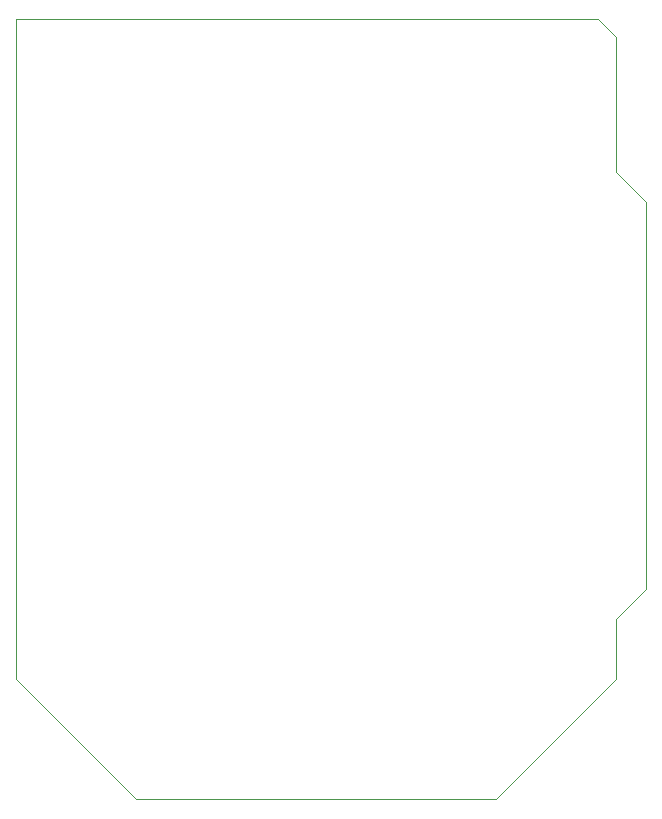
<source format=gbr>
G04 #@! TF.GenerationSoftware,KiCad,Pcbnew,5.1.5+dfsg1-2build2*
G04 #@! TF.CreationDate,2021-02-10T21:19:16+00:00*
G04 #@! TF.ProjectId,eeprom-burner,65657072-6f6d-42d6-9275-726e65722e6b,rev?*
G04 #@! TF.SameCoordinates,Original*
G04 #@! TF.FileFunction,Profile,NP*
%FSLAX46Y46*%
G04 Gerber Fmt 4.6, Leading zero omitted, Abs format (unit mm)*
G04 Created by KiCad (PCBNEW 5.1.5+dfsg1-2build2) date 2021-02-10 21:19:16*
%MOMM*%
%LPD*%
G04 APERTURE LIST*
%ADD10C,0.050000*%
G04 APERTURE END LIST*
D10*
X116840000Y-144780000D02*
X127000000Y-134620000D01*
X86360000Y-144780000D02*
X116840000Y-144780000D01*
X76200000Y-134620000D02*
X86360000Y-144780000D01*
X76200000Y-78740000D02*
X76200000Y-134620000D01*
X129540000Y-94234000D02*
X127000000Y-91694000D01*
X125476000Y-78740000D02*
X127000000Y-80264000D01*
X127000000Y-80264000D02*
X127000000Y-91694000D01*
X127000000Y-129540000D02*
X127000000Y-134620000D01*
X129540000Y-127000000D02*
X127000000Y-129540000D01*
X129540000Y-94234000D02*
X129540000Y-127000000D01*
X76200000Y-78740000D02*
X125476000Y-78740000D01*
M02*

</source>
